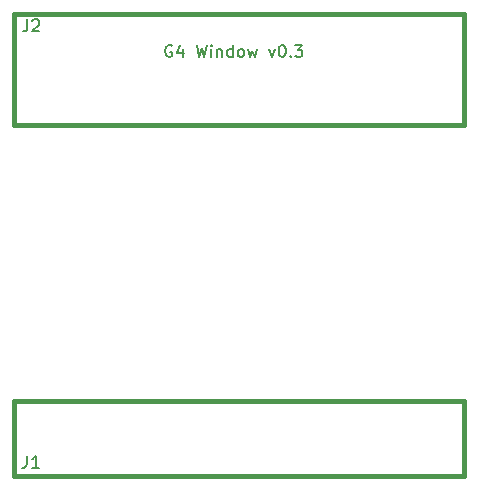
<source format=gbr>
%TF.GenerationSoftware,KiCad,Pcbnew,5.1.7*%
%TF.CreationDate,2020-10-08T13:52:21-04:00*%
%TF.ProjectId,window,77696e64-6f77-42e6-9b69-6361645f7063,rev?*%
%TF.SameCoordinates,Original*%
%TF.FileFunction,Legend,Top*%
%TF.FilePolarity,Positive*%
%FSLAX46Y46*%
G04 Gerber Fmt 4.6, Leading zero omitted, Abs format (unit mm)*
G04 Created by KiCad (PCBNEW 5.1.7) date 2020-10-08 13:52:21*
%MOMM*%
%LPD*%
G01*
G04 APERTURE LIST*
%ADD10C,0.150000*%
%ADD11C,0.381000*%
%ADD12C,0.203200*%
G04 APERTURE END LIST*
D10*
X64351904Y-53340000D02*
X64256666Y-53292380D01*
X64113809Y-53292380D01*
X63970952Y-53340000D01*
X63875714Y-53435238D01*
X63828095Y-53530476D01*
X63780476Y-53720952D01*
X63780476Y-53863809D01*
X63828095Y-54054285D01*
X63875714Y-54149523D01*
X63970952Y-54244761D01*
X64113809Y-54292380D01*
X64209047Y-54292380D01*
X64351904Y-54244761D01*
X64399523Y-54197142D01*
X64399523Y-53863809D01*
X64209047Y-53863809D01*
X65256666Y-53625714D02*
X65256666Y-54292380D01*
X65018571Y-53244761D02*
X64780476Y-53959047D01*
X65399523Y-53959047D01*
X66447142Y-53292380D02*
X66685238Y-54292380D01*
X66875714Y-53578095D01*
X67066190Y-54292380D01*
X67304285Y-53292380D01*
X67685238Y-54292380D02*
X67685238Y-53625714D01*
X67685238Y-53292380D02*
X67637619Y-53340000D01*
X67685238Y-53387619D01*
X67732857Y-53340000D01*
X67685238Y-53292380D01*
X67685238Y-53387619D01*
X68161428Y-53625714D02*
X68161428Y-54292380D01*
X68161428Y-53720952D02*
X68209047Y-53673333D01*
X68304285Y-53625714D01*
X68447142Y-53625714D01*
X68542380Y-53673333D01*
X68590000Y-53768571D01*
X68590000Y-54292380D01*
X69494761Y-54292380D02*
X69494761Y-53292380D01*
X69494761Y-54244761D02*
X69399523Y-54292380D01*
X69209047Y-54292380D01*
X69113809Y-54244761D01*
X69066190Y-54197142D01*
X69018571Y-54101904D01*
X69018571Y-53816190D01*
X69066190Y-53720952D01*
X69113809Y-53673333D01*
X69209047Y-53625714D01*
X69399523Y-53625714D01*
X69494761Y-53673333D01*
X70113809Y-54292380D02*
X70018571Y-54244761D01*
X69970952Y-54197142D01*
X69923333Y-54101904D01*
X69923333Y-53816190D01*
X69970952Y-53720952D01*
X70018571Y-53673333D01*
X70113809Y-53625714D01*
X70256666Y-53625714D01*
X70351904Y-53673333D01*
X70399523Y-53720952D01*
X70447142Y-53816190D01*
X70447142Y-54101904D01*
X70399523Y-54197142D01*
X70351904Y-54244761D01*
X70256666Y-54292380D01*
X70113809Y-54292380D01*
X70780476Y-53625714D02*
X70970952Y-54292380D01*
X71161428Y-53816190D01*
X71351904Y-54292380D01*
X71542380Y-53625714D01*
X72590000Y-53625714D02*
X72828095Y-54292380D01*
X73066190Y-53625714D01*
X73637619Y-53292380D02*
X73732857Y-53292380D01*
X73828095Y-53340000D01*
X73875714Y-53387619D01*
X73923333Y-53482857D01*
X73970952Y-53673333D01*
X73970952Y-53911428D01*
X73923333Y-54101904D01*
X73875714Y-54197142D01*
X73828095Y-54244761D01*
X73732857Y-54292380D01*
X73637619Y-54292380D01*
X73542380Y-54244761D01*
X73494761Y-54197142D01*
X73447142Y-54101904D01*
X73399523Y-53911428D01*
X73399523Y-53673333D01*
X73447142Y-53482857D01*
X73494761Y-53387619D01*
X73542380Y-53340000D01*
X73637619Y-53292380D01*
X74399523Y-54197142D02*
X74447142Y-54244761D01*
X74399523Y-54292380D01*
X74351904Y-54244761D01*
X74399523Y-54197142D01*
X74399523Y-54292380D01*
X74780476Y-53292380D02*
X75399523Y-53292380D01*
X75066190Y-53673333D01*
X75209047Y-53673333D01*
X75304285Y-53720952D01*
X75351904Y-53768571D01*
X75399523Y-53863809D01*
X75399523Y-54101904D01*
X75351904Y-54197142D01*
X75304285Y-54244761D01*
X75209047Y-54292380D01*
X74923333Y-54292380D01*
X74828095Y-54244761D01*
X74780476Y-54197142D01*
D11*
%TO.C,J2*%
X54760000Y-50622000D02*
X85240000Y-50622000D01*
X85240000Y-60020000D02*
X54760000Y-60020000D01*
X89050000Y-60020000D02*
X89050000Y-51130000D01*
X85240000Y-60020000D02*
X89050000Y-60020000D01*
X50950000Y-60020000D02*
X50950000Y-51130000D01*
X54760000Y-60020000D02*
X50950000Y-60020000D01*
X50950000Y-50622000D02*
X50950000Y-51130000D01*
X54760000Y-50622000D02*
X50950000Y-50622000D01*
X89050000Y-50622000D02*
X89050000Y-51384000D01*
X85240000Y-50622000D02*
X89050000Y-50622000D01*
%TO.C,J1*%
X54760000Y-89780000D02*
X85240000Y-89780000D01*
X54760000Y-83430000D02*
X85240000Y-83430000D01*
X50950000Y-89780000D02*
X56030000Y-89780000D01*
X50950000Y-83430000D02*
X50950000Y-89780000D01*
X54760000Y-83430000D02*
X50950000Y-83430000D01*
X88923000Y-83430000D02*
X89050000Y-83430000D01*
X85367000Y-83430000D02*
X88923000Y-83430000D01*
X85367000Y-89780000D02*
X89050000Y-89780000D01*
X89050000Y-89780000D02*
X89050000Y-83430000D01*
%TO.C,J2*%
D12*
X52112333Y-51123019D02*
X52112333Y-51848733D01*
X52063952Y-51993876D01*
X51967190Y-52090638D01*
X51822047Y-52139019D01*
X51725285Y-52139019D01*
X52547761Y-51219780D02*
X52596142Y-51171400D01*
X52692904Y-51123019D01*
X52934809Y-51123019D01*
X53031571Y-51171400D01*
X53079952Y-51219780D01*
X53128333Y-51316542D01*
X53128333Y-51413304D01*
X53079952Y-51558447D01*
X52499380Y-52139019D01*
X53128333Y-52139019D01*
%TO.C,J1*%
X52086933Y-88054719D02*
X52086933Y-88780433D01*
X52038552Y-88925576D01*
X51941790Y-89022338D01*
X51796647Y-89070719D01*
X51699885Y-89070719D01*
X53102933Y-89070719D02*
X52522361Y-89070719D01*
X52812647Y-89070719D02*
X52812647Y-88054719D01*
X52715885Y-88199861D01*
X52619123Y-88296623D01*
X52522361Y-88345004D01*
%TD*%
M02*

</source>
